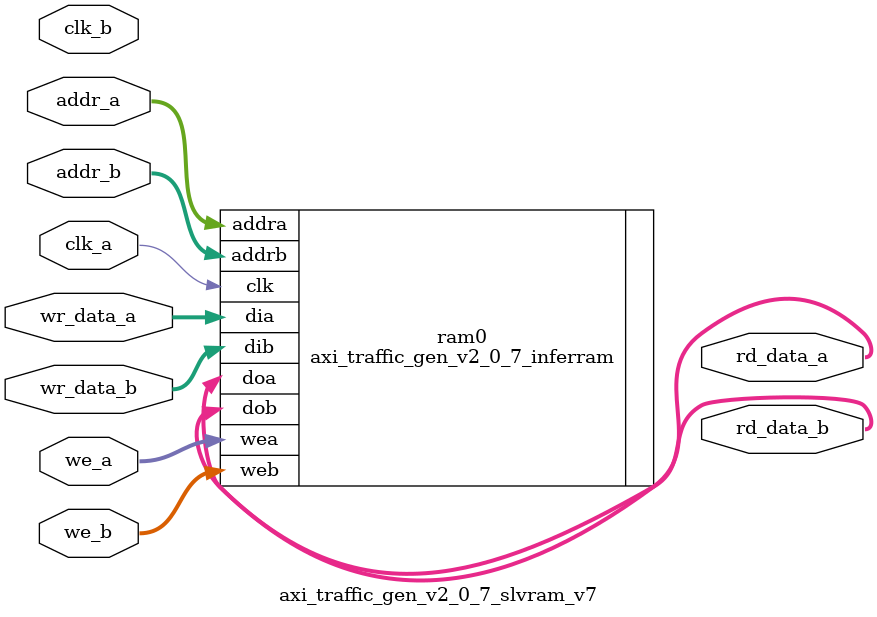
<source format=v>
`timescale 1ps/1ps
`include "axi_traffic_gen_v2_0_7_defines.v"
(* DowngradeIPIdentifiedWarnings="yes" *)
module axi_traffic_gen_v2_0_7_slvram_v7 #(
  parameter C_FAMILY    = "virtex7" ,
  parameter C_DATAWIDTH = 64        ,
  parameter C_SIZE      = 1024      ,
  parameter C_ADDR_WIDTH= 10        ,
  parameter C_INITRAM_F = "NONE"     
        
) (
input                      clk_a    ,
input  [C_DATAWIDTH/8-1:0] we_a     ,
input  [C_ADDR_WIDTH-1:0]  addr_a   ,
input  [C_DATAWIDTH-1:0]   wr_data_a,
output [C_DATAWIDTH-1:0]   rd_data_a,

input                      clk_b    ,
input  [C_DATAWIDTH/8-1:0] we_b     ,
input  [C_ADDR_WIDTH-1:0]  addr_b   ,
input  [C_DATAWIDTH-1:0]   wr_data_b,
output [C_DATAWIDTH-1:0]   rd_data_b
);


//generate
//if(C_DATAWIDTH == 32) begin: ram32b

axi_traffic_gen_v2_0_7_inferram #(
    .C_FAMILY   (C_FAMILY     ),
    .C_RAMINIT_F(C_INITRAM_F  ),
    .SIZE       (C_SIZE       ),    
    .ADDR_WIDTH (C_ADDR_WIDTH ),    
    .NB_COL     (C_DATAWIDTH/8),
    .COL_WIDTH  (8            ),
    .INFER_TYPE (1            ) 
) ram0 (
   .clk(clk_a),
   .wea(we_a),
   .web(we_b),
   .addra(addr_a),
   .addrb(addr_b),	 
   .dia(wr_data_a),
   .dib(wr_data_b),	 
   .doa(rd_data_a),
   .dob(rd_data_b)
);

//end // block: ram32b    
//endgenerate


//generate
//if(C_DATAWIDTH == 64) begin: ram64b
//axi_traffic_gen_v2_0_7_inferram #(
//    .C_FAMILY   (C_FAMILY   ),
//    .C_RAMINIT_F(C_INITRAM_F),
//    .NB_COL     (8          ),
//    .COL_WIDTH  (8          ),
//    .INFER_TYPE (1          )
//		     )
//   ram0 (
//	 .clk(clk_a),
//	 .wea(we_a),
//	 .web(we_b),
//	 .addra(addr_a),
//	 .addrb(addr_b),	 
//	 .dia(wr_data_a),
//	 .dib(wr_data_b),	 
//	 .doa(rd_data_a),
//	 .dob(rd_data_b)
//	 );
//
//end // block: ram64b    
//endgenerate

 
   
/*

generate
if(C_DATAWIDTH == 32) begin: ram32b

RAMB36 #(

                  `RAMB_INIT0
         .INIT_FILE    (C_INITRAM_F  ),
	 .SIM_COLLISION_CHECK("NONE"),
	 .WRITE_MODE_A("WRITE_FIRST"),
	 .WRITE_MODE_B("WRITE_FIRST"),
         .READ_WIDTH_A (36           ),
         .READ_WIDTH_B (36           ),
         .WRITE_WIDTH_A(36           ),
         .WRITE_WIDTH_B(36           ),         
         .INIT_A       (36'h000000000), 
         .INIT_B       (36'h000000000), 
         .SRVAL_A      ('h0          ),
         .SRVAL_B      ('h0          )
        )
        ramb36i (
        .CLKA  (clk_a             ),
        .ADDRA ({1'b0,addr_a,5'h0}),
        .ENA   (1'b1              ),
        .REGCEA(1'b0              ),
        .WEA   (we_a[3:0]         ),
        .SSRA  (1'b0              ),
        .DOA   (rd_data_a[31:0]   ),
        .DIA   (wr_data_a[31:0]   ),
        .DIPA  (4'b0              ),
                 
        .CLKB  (clk_b             ),
        .ADDRB ({1'b0,addr_b,5'h0}),
        .ENB   (1'b1              ),
        .REGCEB(1'b0              ),
        .WEB   (we_b[3:0]         ),
        .SSRB  (1'b0              ),
        .DOB   (rd_data_b[31:0]   ),
        .DIB   (wr_data_b[31:0]   ),
        .DIPB  (4'b0              )

);

end // block: ram32b    
endgenerate


generate
if(C_DATAWIDTH == 64) begin: ram64b

RAMB36 #(
                  `RAMB_INIT0
         .INIT_FILE    (C_INITRAM_F  ),
	 .SIM_COLLISION_CHECK("NONE"),
	 .WRITE_MODE_A("WRITE_FIRST"),
	 .WRITE_MODE_B("WRITE_FIRST"),
         .READ_WIDTH_A (36           ),
         .READ_WIDTH_B (36           ),
         .WRITE_WIDTH_A(36           ),
         .WRITE_WIDTH_B(36           ),        
         .INIT_A       (36'h000000000), 
         .INIT_B       (36'h000000000), 
         .SRVAL_A      ('h0          ),
         .SRVAL_B      ('h0          )
        )
        ramb36i (
        .CLKA  (clk_a             ),
        .ADDRA ({1'b0,addr_a,5'h0}),
        .ENA   (1'b1              ),
        .REGCEA(1'b0              ),
        .WEA   (we_a[3:0]         ),
        .SSRA  (1'b0              ),
        .DOA   (rd_data_a[31:0]   ),
        .DIA   (wr_data_a[31:0]   ),
        .DIPA  (4'b0              ),
                 
        .CLKB  (clk_b             ),
        .ADDRB ({1'b0,addr_b,5'h0}),
        .ENB   (1'b1              ),
        .REGCEB(1'b0              ),
        .WEB   (we_b[3:0]         ),
        .SSRB  (1'b0              ),
        .DOB   (rd_data_b[31:0]   ),
        .DIB   (wr_data_b[31:0]   ),
        .DIPB  (4'b0              )

);

   
RAMB36 #(
         `RAMB_INIT0
         .INIT_FILE    (C_INITRAM_F  ),         
	 .SIM_COLLISION_CHECK("NONE"),
	 .WRITE_MODE_A("WRITE_FIRST"),
	 .WRITE_MODE_B("WRITE_FIRST"),
         .READ_WIDTH_A (36           ),
         .READ_WIDTH_B (36           ),
         .WRITE_WIDTH_A(36           ),
         .WRITE_WIDTH_B(36           ),         
         .INIT_A       (36'h000000000), 
         .INIT_B       (36'h000000000), 
         .SRVAL_A      ('h0          ),
         .SRVAL_B      ('h0          )
        )
        ramb36ii (
        .CLKA  (clk_a              ),
        .ADDRA ({1'b0, addr_a,5'h0}),
        .ENA   (1'b1               ),
        .REGCEA(1'b0               ),
        .WEA   (we_a[7:4]          ),
        .SSRA  (1'b0               ),
        .DOA   (rd_data_a[63:32]   ),
        .DIA   (wr_data_a[63:32]   ),
        .DIPA  (4'b0               ),
                 
        .CLKB  (clk_b              ),
        .ADDRB ({1'b0,addr_b,5'h0} ),
        .ENB   (1'b1               ),
        .REGCEB(1'b0               ),
        .WEB   (we_b[7:4]          ),
        .SSRB  (1'b0               ),
        .DOB   (rd_data_b[63:32]   ),
        .DIB   (wr_data_b[63:32]   ),
        .DIPB  (4'b0               )

                 
);

end // block: ram64b    
endgenerate
*/




endmodule

</source>
